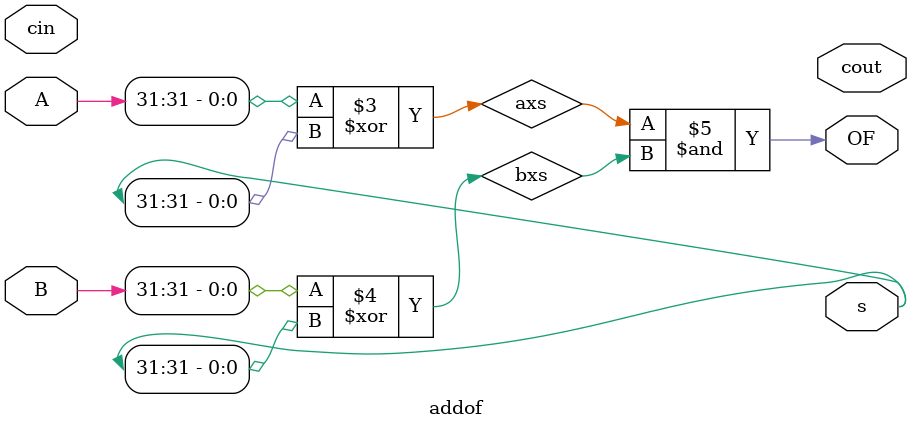
<source format=sv>
module addof(input logic [31:0]A, B, input logic cin,
output logic [31:0] s, output logic cout, OF);

logic axs;
logic bxs;

assign S = A + B + cin;

assign axs = A[31] ^ s[31];
assign bxs = B[31] ^ s[31];

assign OF = axs & bxs;

endmodule
</source>
